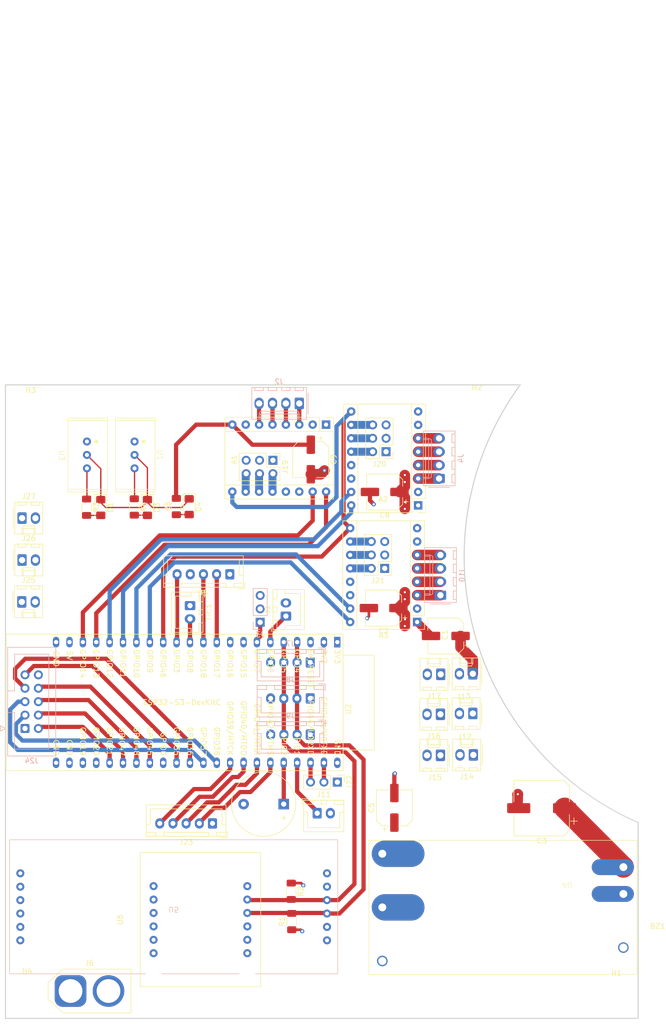
<source format=kicad_pcb>
(kicad_pcb (version 20221018) (generator pcbnew)
  (title_block (title "Robot Unimakers CDR 2024") (date "2023-10-21") (rev "V0.3") (comment 4 "AISLER Project ID: SVBFSYCL"))
  (layers (0 "F.Cu" signal "Front") (1 "In1.Cu" power "GND") (2 "In2.Cu" power "PWR") (31 "B.Cu" signal "Back") (34 "B.Paste" user) (35 "F.Paste" user) (36 "B.SilkS" user "B.Silkscreen") (37 "F.SilkS" user "F.Silkscreen") (38 "B.Mask" user) (39 "F.Mask" user) (44 "Edge.Cuts" user))
  (net 0 "")
  (net 1 "GND")
  (net 3 "Net-(A1-A2)")
  (net 4 "Net-(A1-A1)")
  (net 5 "Net-(A1-B1)")
  (net 6 "Net-(A1-B2)")
  (net 7 "+12V")
  (net 8 "EN")
  (net 9 "Net-(A1-M0)")
  (net 10 "Net-(A1-M1)")
  (net 11 "Net-(A1-M2)")
  (net 12 "+5V")
  (net 13 "STEP1")
  (net 14 "DIR1")
  (net 16 "Net-(A2-A2)")
  (net 17 "Net-(A2-A1)")
  (net 18 "Net-(A2-B1)")
  (net 19 "Net-(A2-B2)")
  (net 20 "Net-(A2-M0)")
  (net 21 "Net-(A2-M1)")
  (net 22 "Net-(A2-M2)")
  (net 23 "STEP2")
  (net 24 "DIR2")
  (net 25 "LIDARRX")
  (net 26 "LIDARTX")
  (net 27 "PWMLIDAR")
  (net 28 "SCL")
  (net 29 "SDA")
  (net 30 "Neopixel")
  (net 32 "Net-(A3-A2)")
  (net 33 "Net-(A3-A1)")
  (net 34 "Net-(A3-B1)")
  (net 35 "Net-(A3-B2)")
  (net 36 "Net-(A3-M0)")
  (net 37 "Net-(A3-M1)")
  (net 38 "Net-(A3-M2)")
  (net 39 "STEP3")
  (net 40 "DIR3")
  (net 41 "Net-(Tir.1-Pin_2)")
  (net 42 "Net-(J23-Pin_2)")
  (net 43 "Net-(J23-Pin_3)")
  (net 44 "Net-(J23-Pin_4)")
  (net 45 "Net-(J22-Pin_3)")
  (net 46 "Net-(J22-Pin_2)")
  (net 47 "+3.3V")
  (net 48 "/GP1")
  (net 49 "Net-(D1-A)")
  (net 50 "+3.3VP")
  (net 51 "Net-(J23-Pin_5)")
  (net 52 "Net-(D3-A)")
  (net 53 "Net-(D4-A)")
  (net 54 "GPIO21")
  (net 55 "+5VP")
  (net 56 "/Power/PwrEn")
  (net 57 "GPIO47")
  (net 58 "GPIO48")
  (net 59 "GPIO45")
  (net 60 "GPIO38")
  (net 64 "Net-(BZ1--)")
  (net 69 "GPIO37")
  (net 70 "GPIO36")
  (net 71 "GPI035")
  (net 73 "/GP6")
  (footprint "Connector_Molex:Molex_KK-254_AE-6410-02A_1x02_P2.54mm_Vertical" (layer "F.Cu") (at 115.722 104.952 180)
    (fp_text reference "J14")
    (fp_text value "Conn_01x02")
  )
  (footprint "LED_SMD:LED_1206_3216Metric_Pad1.42x1.75mm_HandSolder" (layer "F.Cu") (at 53.8984 58.0876 -90)
    (fp_text reference "D3")
    (fp_text value "LED_Small")
  )
  (footprint "Connector_Molex:Molex_KK-254_AE-6410-02A_1x02_P2.54mm_Vertical" (layer "F.Cu") (at 30.124 68.046401)
    (fp_text reference "J26")
    (fp_text value "Conn_01x02")
  )
  (footprint "Resistor_SMD:R_1206_3216Metric_Pad1.30x1.75mm_HandSolder" (layer "F.Cu") (at 51.4092 57.986 -90)
    (fp_text reference "R4")
    (fp_text value "R_Small")
  )
  (footprint "MountingHole:MountingHole_3.2mm_M3" (layer "F.Cu") (at 31.7496 40.0536)
    (fp_text reference "H3")
    (fp_text value "MountingHole")
  )
  (footprint "Resistor_SMD:R_1206_3216Metric_Pad1.30x1.75mm_HandSolder" (layer "F.Cu") (at 59.3848 57.9092 -90)
    (fp_text reference "R5")
    (fp_text value "R_Small")
  )
  (footprint "Connector_JST:JST_XH_B5B-XH-A_1x05_P2.50mm_Vertical" (layer "F.Cu") (at 66.2428 117.93 180)
    (fp_text reference "J23")
    (fp_text value "Conn_01x05")
  )
  (footprint "MountingHole:MountingHole_3.2mm_M3" (layer "F.Cu") (at 31.0892 150.1372)
    (fp_text reference "H4")
    (fp_text value "MountingHole")
  )
  (footprint "Traco:Traco 2- 24xx" (layer "F.Cu") (at 51.6 48.1308 -90)
    (fp_text reference "U1")
    (fp_text value "TSR_2-2450")
  )
  (footprint "LED_SMD:LED_1206_3216Metric_Pad1.42x1.75mm_HandSolder" (layer "F.Cu") (at 61.8232 57.9352 -90)
    (fp_text reference "D4")
    (fp_text value "LED_Small")
  )
  (footprint "Connector_AMASS:AMASS_XT60-M_1x02_P7.20mm_Vertical" (layer "F.Cu") (at 39.3188 149.68)
    (fp_text reference "J6")
    (fp_text value "Conn_01x02")
  )
  (footprint "Capacitor_SMD:CP_Elec_6.3x5.9" (layer "F.Cu") (at 110.4896 82.4208 180)
    (fp_text reference "C1")
    (fp_text value "C_Polarized")
  )
  (footprint "Resistor_SMD:R_1206_3216Metric_Pad1.30x1.75mm_HandSolder" (layer "F.Cu") (at 81.2796 136.5228 90)
    (fp_text reference "R1")
    (fp_text value "R")
  )
  (footprint "Resistor_SMD:R_1206_3216Metric_Pad1.30x1.75mm_HandSolder" (layer "F.Cu") (at 81.178 130.7824 -90)
    (fp_text reference "R2")
    (fp_text value "R")
  )
  (footprint "Connector_Molex:Molex_KK-254_AE-6410-02A_1x02_P2.54mm_Vertical" (layer "F.Cu") (at 109.5244 89.6852 180)
    (fp_text reference "J17")
    (fp_text value "Conn_01x02")
  )
  (footprint "Capacitor_SMD:CP_Elec_6.3x4.9" (layer "F.Cu") (at 98.9072 55.1412 180)
    (fp_text reference "C8")
    (fp_text value "C_Polarized")
  )
  (footprint "Connector_PinHeader_2.54mm:PinHeader_1x03_P2.54mm_Vertical" (layer "F.Cu") (at 89.9156 110.1068 -90)
    (fp_text reference "J22")
    (fp_text value "Conn_01x03")
  )
  (footprint "Connector_PinHeader_2.54mm:PinHeader_2x03_P2.54mm_Vertical" (layer "F.Cu") (at 77.7086 49.1418 -90)
    (fp_text reference "J19")
    (fp_text value "Conn_02x03_Odd_Even")
  )
  (footprint "Traco:Traco TEN 50 series" (layer "F.Cu") (at 121.41 133.7304 180)
    (fp_text reference "U4")
    (fp_text value "TEN_50-2411WI")
  )
  (footprint "Connector_JST:JST_XH_B2B-XH-A_1x02_P2.50mm_Vertical" (layer "F.Cu") (at 86.0948 115.9996)
    (fp_text reference "J11")
    (fp_text value "Conn_01x02")
  )
  (footprint "Capacitor_SMD:CP_Elec_10x12.6" (layer "F.Cu") (at 128.676 115.0344 180)
    (fp_text reference "C3")
    (fp_text value "C_Polarized")
  )
  (footprint "Connector_Molex:Molex_KK-254_AE-6410-02A_1x02_P2.54mm_Vertical" (layer "F.Cu") (at 115.6204 97.102 180)
    (fp_text reference "J12")
    (fp_text value "Conn_01x02")
  )
  (footprint "MountingHole:MountingHole_3.2mm_M3" (layer "F.Cu") (at 142.8492 150.4928)
    (fp_text reference "H1")
    (fp_text value "MountingHole")
  )
  (footprint "Module:Pololu_Breakout-16_15.2x20.3mm" (layer "F.Cu") (at 105.2472 57.6812 180)
    (fp_text reference "A2")
    (fp_text value "Pololu_Breakout_DRV8825")
  )
  (footprint "Buzzer_Beeper:Buzzer_12x9.5RM7.6" (layer "F.Cu") (at 79.7456 114.2724 180)
    (fp_text reference "BZ1")
    (fp_text value "Buzzer")
  )
  (footprint "Connector_JST:JST_XH_B5B-XH-A_1x05_P2.50mm_Vertical" (layer "F.Cu") (at 69.5264 70.7368 180)
    (fp_text reference "J5")
    (fp_text value "Conn_01x05")
  )
  (footprint "Connector_JST:JST_XH_B2B-XH-A_1x02_P2.50mm_Vertical" (layer "F.Cu") (at 80.162 78.6616 90)
    (fp_text reference "J1")
    (fp_text value "Conn_01x02")
  )
  (footprint "Module:Pololu_Breakout-16_15.2x20.3mm" (layer "F.Cu") (at 87.782 42.3904 -90)
    (fp_text reference "A1")
    (fp_text value "Pololu_Breakout_DRV8825")
  )
  (footprint "Connector_PinHeader_2.54mm:PinHeader_2x03_P2.54mm_Vertical" (layer "F.Cu") (at 99.1612 47.5212 180)
    (fp_text reference "J20")
    (fp_text value "Conn_02x03_Odd_Even")
  )
  (footprint "Connector_Molex:Molex_KK-254_AE-6410-02A_1x02_P2.54mm_Vertical" (layer "F.Cu") (at 109.4736 97.2544 180)
    (fp_text reference "J16")
    (fp_text value "Conn_01x02")
  )
  (footprint "Connector_Molex:Molex_KK-254_AE-6410-02A_1x02_P2.54mm_Vertical" (layer "F.Cu") (at 30.124 60.101601)
    (fp_text reference "J27")
    (fp_text value "Conn_01x02")
  )
  (footprint "LED_SMD:LED_1206_3216Metric_Pad1.42x1.75mm_HandSolder" (layer "F.Cu") (at 45.0592 58.0876 -90)
    (fp_text reference "D1")
    (fp_text value "LED_Small")
  )
  (footprint "AdafruitBob:BNO085" (layer "F.Cu") (at 63.9568 136.1672 90)
    (fp_text reference "U6")
    (fp_text value "BNO085")
  )
  (footprint "Connector_JST:JST_XH_B2B-XH-A_1x02_P2.50mm_Vertical" (layer "F.Cu") (at 61.9756 76.6804 -90)
    (fp_text reference "Tir.1")
    (fp_text value "Conn_01x02")
  )
  (footprint "Traco:Traco 2- 24xx" (layer "F.Cu") (at 42.57 48.1308 -90)
    (fp_text reference "U3")
    (fp_text value "TSR_2-2433")
  )
  (footprint "Capacitor_SMD:CP_Elec_6.3x4.9" (layer "F.Cu") (at 98.704 77.1376 180)
    (fp_text reference "C7")
    (fp_text value "C_Polarized")
  )
  (footprint "Capacitor_SMD:CP_Elec_6.3x4.9" (layer "F.Cu") (at 84.8864 48.9944 -90)
    (fp_text reference "C9")
    (fp_text value "C_Polarized")
  )
  (footprint "Resistor_SMD:R_1206_3216Metric_Pad1.30x1.75mm_HandSolder" (layer "F.Cu") (at 42.3668 58.0368 -90)
    (fp_text reference "R3")
    (fp_text value "R_Small")
  )
  (footprint "MountingHole:MountingHole_3.2mm_M3" (layer "F.Cu") (at 116.3824 39.5456)
    (fp_text reference "H2")
    (fp_text value "MountingHole")
  )
  (footprint "Connector_PinHeader_2.54mm:PinHeader_2x03_P2.54mm_Vertical" (layer "F.Cu") (at 98.9072 69.6192 180)
    (fp_text reference "J21")
    (fp_text value "Conn_02x03_Odd_Even")
  )
  (footprint "Connector_Molex:Molex_KK-254_AE-6410-02A_1x02_P2.54mm_Vertical" (layer "F.Cu") (at 30.0732 75.9692)
    (fp_text reference "J25")
    (fp_text value "Conn_01x02")
  )
  (footprint "Capacitor_SMD:CP_Elec_6.3x5.9" (layer "F.Cu") (at 100.736 114.9776 90)
    (fp_text reference "C5")
    (fp_text value "C_Polarized")
  )
  (footprint "Connector_Molex:Molex_KK-254_AE-6410-02A_1x02_P2.54mm_Vertical" (layer "F.Cu") (at 115.6204 89.5836 180)
    (fp_text reference "J13")
    (fp_text value "Conn_01x02")
  )
  (footprint "ESP:ESP32-S3-DevKitC" (layer "F.Cu") (at 89.9156 83.5892 -90)
    (fp_text reference "U2")
    (fp_text value "ESP32-S3-DevKitC")
  )
  (footprint "Module:Pololu_Breakout-16_15.2x20.3mm" (layer "F.Cu") (at 105.054 79.7792 180)
    (fp_text reference "A3")
    (fp_text value "Pololu_Breakout_DRV8825")
  )
  (footprint "Connector_Molex:Molex_KK-254_AE-6410-02A_1x02_P2.54mm_Vertical" (layer "F.Cu") (at 109.4736 105.0268 180)
    (fp_text reference "J15")
    (fp_text value "Conn_01x02")
  )
  (footprint "Connector_JST:JST_XH_B4B-XH-A_1x04_P2.50mm_Vertical" (layer "B.Cu") (at 84.7756 87.433 180)
    (fp_text reference "J7")
    (fp_text value "Conn_01x04")
  )
  (footprint "Custom:PCA9685breakout" (layer "B.Cu") (at 58.8768 133.7288)
    (fp_text reference "U5")
    (fp_text value "~")
  )
  (footprint "Connector_PinHeader_2.54mm:PinHeader_1x03_P2.54mm_Vertical" (layer "B.Cu") (at 75.2852 79.83)
    (fp_text reference "J3")
    (fp_text value "Conn_01x03")
  )
  (footprint "Connector_JST:JST_XH_B4B-XH-A_1x04_P2.50mm_Vertical" (layer "B.Cu") (at 84.7664 94.2572 180)
    (fp_text reference "J8")
    (fp_text value "Conn_01x04")
  )
  (footprint "Connector_IDC:IDC-Header_2x05_P2.54mm_Vertical" (layer "B.Cu") (at 30.6828 99.9468)
    (fp_text reference "J24")
    (fp_text value "Conn_02x05_Odd_Even")
  )
  (footprint "Connector_Molex:Molex_KK-254_AE-6410-04A_1x04_P2.54mm_Vertical" (layer "B.Cu") (at 109.4736 74.6992 90)
    (fp_text reference "J10")
    (fp_text value "Conn_01x04")
  )
  (footprint "Connector_Molex:Molex_KK-254_AE-6410-04A_1x04_P2.54mm_Vertical" (layer "B.Cu") (at 82.702 38.3772 180)
    (fp_text reference "J2")
    (fp_text value "Conn_01x04")
  )
  (footprint "Connector_Molex:Molex_KK-254_AE-6410-04A_1x04_P2.54mm_Vertical" (layer "B.Cu") (at 109.2196 52.6012 90)
    (fp_text reference "J4")
    (fp_text value "Conn_01x04")
  )
  (footprint "Connector_JST:JST_XH_B4B-XH-A_1x04_P2.50mm_Vertical" (layer "B.Cu") (at 84.7848 101.1152 180)
    (fp_text reference "J9")
    (fp_text value "Conn_01x04")
  )
  (gr_line (start 124.603782 34.8616) (end 26.9744 34.8616) (stroke (width 0.2)) (layer "Edge.Cuts"))
  (gr_line (start 146.974404 154.8616) (end 146.974404 117.76965) (stroke (width 0.2)) (layer "Edge.Cuts"))
  (gr_line (start 26.9744 34.8616) (end 26.9744 154.8616) (stroke (width 0.2)) (layer "Edge.Cuts"))
  (gr_line (start 26.9744 154.8616) (end 146.974404 154.8616) (stroke (width 0.2)) (layer "Edge.Cuts"))
  (gr_arc (start 146.974404 117.76965) (mid 115.873599 81.689313) (end 124.603782 34.8616) (stroke (width 0.2)) (layer "Edge.Cuts"))
  (segment (start 84.8864 51.7944) (end 86.76 51.7944) (width 2) (layer "F.Cu") (net 1))
  (segment (start 45.0592 50.76) (end 42.43 48.1308) (width 0.25) (layer "F.Cu") (net 1))
  (segment (start 61.8232 56.6652) (end 60.4008 58.0876) (width 0.25) (layer "F.Cu") (net 1))
  (segment (start 95.904 77.1376) (end 95.904 78.7184) (width 0.5) (layer "F.Cu") (net 1))
  (segment (start 54.8636 58.0876) (end 53.8984 57.1224) (width 0.25) (layer "F.Cu") (net 1))
  (segment (start 100.736 108.5828) (end 100.8376 108.4812) (width 0.8) (layer "F.Cu") (net 1))
  (segment (start 53.8984 56.97) (end 53.8984 56.6001) (width 0.25) (layer "F.Cu") (net 1))
  (segment (start 51.46 48.1308) (end 53.8984 50.5692) (width 0.25) (layer "F.Cu") (net 1))
  (segment (start 61.8232 56.4477) (end 61.8232 56.6652) (width 0.25) (layer "F.Cu") (net 1))
  (segment (start 96.1072 55.1412) (end 96.1072 56.7608) (width 0.8) (layer "F.Cu") (net 1))
  (segment (start 96.1072 56.7608) (end 96.8244 57.478) (width 0.8) (layer "F.Cu") (net 1))
  (segment (start 107.6896 82.4208) (end 107.6896 82.4148) (width 1.5) (layer "F.Cu") (net 1))
  (segment (start 86.76 51.7944) (end 87.4772 51.0772) (width 2) (layer "F.Cu") (net 1))
  (segment (start 52.7808 58.0876) (end 53.8984 56.97) (width 0.25) (layer "F.Cu") (net 1))
  (segment (start 45.0592 56.6001) (end 45.0592 50.76) (width 0.25) (layer "F.Cu") (net 1))
  (segment (start 124.0852 112.4944) (end 124.1548 112.3928) (width 2) (layer "F.Cu") (net 1))
  (segment (start 95.904 78.7184) (end 95.5544 79.068) (width 0.5) (layer "F.Cu") (net 1))
  (segment (start 45.9736 58.0876) (end 52.7808 58.0876) (width 0.25) (layer "F.Cu") (net 1))
  (segment (start 100.736 112.1776) (end 100.736 108.5828) (width 0.8) (layer "F.Cu") (net 1))
  (segment (start 107.6896 82.4148) (end 105.054 79.7792) (width 1.5) (layer "F.Cu") (net 1))
  (segment (start 45.0592 57.1732) (end 45.9736 58.0876) (width 0.25) (layer "F.Cu") (net 1))
  (segment (start 60.4008 58.0876) (end 54.8636 58.0876) (width 0.25) (layer "F.Cu") (net 1))
  (segment (start 124.1548 112.3928) (end 124.0852 114.7936) (width 2) (layer "F.Cu") (net 1))
  (segment (start 53.8984 50.5692) (end 53.8984 56.6001) (width 0.25) (layer "F.Cu") (net 1))
  (segment (start 45.0592 56.6001) (end 45.0592 57.1732) (width 0.25) (layer "F.Cu") (net 1))
  (segment (start 53.8984 57.1224) (end 53.8984 56.6001) (width 0.25) (layer "F.Cu") (net 1))
  (via micro (at 96.8244 57.478) (size 0.8) (drill 0.4) (layers "F.Cu" "B.Cu") (net 1))
  (via micro (at 124.1548 112.3928) (size 0.8) (drill 0.4) (layers "F.Cu" "In2.Cu") (net 1))
  (via micro (at 87.4772 51.0772) (size 0.8) (drill 0.4) (layers "F.Cu" "B.Cu") (net 1))
  (via micro (at 100.8376 108.4812) (size 0.8) (drill 0.4) (layers "F.Cu" "B.Cu") (net 1))
  (via micro (at 95.5544 79.068) (size 0.8) (drill 0.4) (layers "F.Cu" "B.Cu") (net 1))
  (segment (start 82.702 42.3904) (end 82.702 38.3772) (width 0.8) (layer "F.Cu") (net 3))
  (segment (start 80.162 38.3772) (end 80.162 42.3904) (width 0.8) (layer "F.Cu") (net 4))
  (segment (start 77.622 42.3904) (end 77.622 38.3772) (width 0.8) (layer "F.Cu") (net 5))
  (segment (start 75.082 38.3772) (end 75.082 42.3904) (width 0.8) (layer "F.Cu") (net 6))
  (segment (start 73.806 46.1944) (end 70.002 42.3904) (width 0.8) (layer "F.Cu") (net 7))
  (segment (start 102.7172 80.5412) (end 102.7172 78.3508) (width 2) (layer "F.Cu") (net 7))
  (segment (start 102.7172 54.1312) (end 101.7072 55.1412) (width 2) (layer "F.Cu") (net 7))
  (segment (start 102.7172 58.3416) (end 102.7172 56.1512) (width 2) (layer "F.Cu") (net 7))
  (segment (start 113.2896 82.4208) (end 113.2896 84.5604) (width 2) (layer "F.Cu") (net 7))
  (segment (start 102.7172 51.9408) (end 102.7172 54.1312) (width 2) (layer "F.Cu") (net 7))
  (segment (start 59.334 56.3084) (end 59.3848 56.3592) (width 0.8) (layer "F.Cu") (net 7))
  (segment (start 102.7172 78.3508) (end 101.504 77.1376) (width 2) (layer "F.Cu") (net 7))
  (segment (start 63.144 42.3904) (end 59.334 46.2004) (width 0.8) (layer "F.Cu") (net 7))
  (segment (start 84.8864 46.1944) (end 73.806 46.1944) (width 0.8) (layer "F.Cu") (net 7))
  (segment (start 113.2896 84.5604) (end 115.6204 86.8912) (width 2) (layer "F.Cu") (net 7))
  (segment (start 144.17 126.2104) (end 144.17 126.1784) (width 4) (layer "F.Cu") (net 7))
  (segment (start 59.334 46.2004) (end 59.334 56.3084) (width 0.8) (layer "F.Cu") (net 7))
  (segment (start 115.6204 86.8912) (end 115.6204 89.5836) (width 2) (layer "F.Cu") (net 7))
  (segment (start 70.002 42.3904) (end 63.144 42.3904) (width 0.8) (layer "F.Cu") (net 7))
  (segment (start 101.7072 55.1412) (end 102.7172 56.1512) (width 1.5) (layer "F.Cu") (net 7))
  (segment (start 102.7172 74.1404) (end 102.7172 75.9244) (width 2) (layer "F.Cu") (net 7))
  (segment (start 102.7172 75.9244) (end 101.504 77.1376) (width 2) (layer "F.Cu") (net 7))
  (segment (start 144.17 126.1784) (end 133.026 115.0344) (width 4) (layer "F.Cu") (net 7))
  (via micro (at 102.7172 51.9408) (size 0.8) (drill 0.4) (layers "F.Cu" "In2.Cu") (net 7))
  (via micro (at 102.768 79.2712) (size 0.8) (drill 0.4) (layers "F.Cu" "In2.Cu") (net 7))
  (via micro (at 102.768 57.0716) (size 0.8) (drill 0.4) (layers "F.Cu" "In2.Cu") (net 7))
  (via micro (at 102.7172 75.4612) (size 0.8) (drill 0.4) (layers "F.Cu" "In2.Cu") (net 7))
  (via micro (at 102.7172 53.2616) (size 0.8) (drill 0.4) (layers "F.Cu" "In2.Cu") (net 7))
  (via micro (at 102.7172 80.5412) (size 0.8) (drill 0.4) (layers "F.Cu" "In2.Cu") (net 7))
  (via micro (at 102.7172 74.1404) (size 0.8) (drill 0.4) (layers "F.Cu" "In2.Cu") (net 7))
  (via micro (at 102.7172 58.3416) (size 0.8) (drill 0.4) (layers "F.Cu" "In2.Cu") (net 7))
  (segment (start 92.354 61.9992) (end 86.9692 67.384) (width 0.8) (layer "F.Cu") (net 8))
  (segment (start 91.0972 60.7424) (end 91.0972 41.3512) (width 0.8) (layer "F.Cu") (net 8))
  (segment (start 92.354 61.9992) (end 91.0972 60.7424) (width 0.8) (layer "F.Cu") (net 8))
  (segment (start 91.0972 41.3512) (end 92.5472 39.9012) (width 0.8) (layer "F.Cu") (net 8))
  (segment (start 86.9692 67.384) (end 59.2324 67.384) (width 0.8) (layer "F.Cu") (net 8))
  (segment (start 59.2324 67.384) (end 56.8956 69.7208) (width 0.8) (layer "F.Cu") (net 8))
  (segment (start 56.8956 69.7208) (end 56.8956 83.5892) (width 0.8) (layer "F.Cu") (net 8))
  (segment (start 92.5472 39.9012) (end 89.7632 42.6852) (width 0.8) (layer "B.Cu") (net 8))
  (segment (start 89.7632 56.1064) (end 87.8836 57.986) (width 0.8) (layer "B.Cu") (net 8))
  (segment (start 89.7632 42.6852) (end 89.7632 56.1064) (width 0.8) (layer "B.Cu") (net 8))
  (segment (start 70.8148 57.986) (end 70.002 57.1732) (width 0.8) (layer "B.Cu") (net 8))
  (segment (start 70.002 57.1732) (end 70.002 55.0904) (width 0.8) (layer "B.Cu") (net 8))
  (segment (start 87.8836 57.986) (end 70.8148 57.986) (width 0.8) (layer "B.Cu") (net 8))
  (segment (start 72.542 55.0904) (end 72.542 51.7684) (width 1.5) (layer "B.Cu") (net 9))
  (segment (start 72.542 51.7684) (end 72.6286 51.6818) (width 1.5) (layer "B.Cu") (net 9))
  (segment (start 75.082 51.7684) (end 75.1686 51.6818) (width 1.5) (layer "B.Cu") (net 10))
  (segment (start 75.082 55.0904) (end 75.082 51.7684) (width 1.5) (layer "B.Cu") (net 10))
  (segment (start 77.622 51.7684) (end 77.7086 51.6818) (width 1.5) (layer "B.Cu") (net 11))
  (segment (start 77.622 55.0904) (end 77.622 51.7684) (width 1.5) (layer "B.Cu") (net 11))
  (segment (start 51.46 56.3852) (end 51.46 50.6708) (width 0.25) (layer "F.Cu") (net 12))
  (segment (start 51.4092 56.436) (end 51.46 56.3852) (width 0.25) (layer "F.Cu") (net 12))
  (segment (start 82.448 63.3708) (end 85.242 60.5768) (width 0.8) (layer "F.Cu") (net 13))
  (segment (start 85.242 60.5768) (end 85.242 55.0904) (width 0.8) (layer "F.Cu") (net 13))
  (segment (start 56.2352 63.3708) (end 82.448 63.3708) (width 0.8) (layer "F.Cu") (net 13))
  (segment (start 41.65832 77.94768) (end 56.2352 63.3708) (width 0.8) (layer "F.Cu") (net 13))
  (segment (start 41.65832 83.58552) (end 41.65832 77.94768) (width 0.8) (layer "F.Cu") (net 13))
  (segment (start 84.48 65.1488) (end 87.782 61.8468) (width 0.8) (layer "F.Cu") (net 14))
  (segment (start 57.1496 65.1488) (end 84.48 65.1488) (width 0.8) (layer "F.Cu") (net 14))
  (segment (start 87.782 61.8468) (end 87.782 55.0904) (width 0.8) (layer "F.Cu") (net 14))
  (segment (start 44.1956 78.1028) (end 57.1496 65.1488) (width 0.8) (layer "F.Cu") (net 14))
  (segment (start 44.1956 83.5892) (end 44.1956 78.1028) (width 0.8) (layer "F.Cu") (net 14))
  (segment (start 105.2472 52.6012) (end 109.2196 52.6012) (width 2) (layer "F.Cu") (net 16))
  (segment (start 105.2472 50.0612) (end 109.2196 50.0612) (width 2) (layer "F.Cu") (net 17))
  (segment (start 105.2472 47.5212) (end 109.2196 47.5212) (width 2) (layer "F.Cu") (net 18))
  (segment (start 105.2472 44.9812) (end 109.2196 44.9812) (width 2) (layer "F.Cu") (net 19))
  (segment (start 92.5472 42.4412) (end 96.6212 42.4412) (width 1.5) (layer "B.Cu") (net 20))
  (segment (start 92.5472 44.9812) (end 96.6212 44.9812) (width 1.5) (layer "B.Cu") (net 21))
  (segment (start 96.6212 47.5212) (end 92.5472 47.5212) (width 1.5) (layer "B.Cu") (net 22))
  (segment (start 85.4452 64.1328) (end 90.6776 58.9004) (width 0.8) (layer "B.Cu") (net 23))
  (segment (start 90.6776 57.0108) (end 92.5472 55.1412) (width 0.8) (layer "B.Cu") (net 23))
  (segment (start 56.4892 64.1328) (end 85.4452 64.1328) (width 0.8) (layer "B.Cu") (net 23))
  (segment (start 46.7356 83.5892) (end 46.7356 73.8864) (width 0.8) (layer "B.Cu") (net 23))
  (segment (start 46.7356 73.8864) (end 56.4892 64.1328) (width 0.8) (layer "B.Cu") (net 23))
  (segment (start 90.6776 58.9004) (end 90.6776 57.0108) (width 0.8) (layer "B.Cu") (net 23))
  (segment (start 49.2756 73.9372) (end 57.81 65.4028) (width 0.8) (layer "B.Cu") (net 24))
  (segment (start 57.81 65.4028) (end 86.2072 65.4028) (width 0.8) (layer "B.Cu") (net 24))
  (segment (start 49.2756 83.5892) (end 49.2756 73.9372) (width 0.8) (layer "B.Cu") (net 24))
  (segment (start 86.2072 65.4028) (end 92.5472 59.0628) (width 0.8) (layer "B.Cu") (net 24))
  (segment (start 92.5472 59.0628) (end 92.5472 57.6812) (width 0.8) (layer "B.Cu") (net 24))
  (segment (start 67.0556 83.5892) (end 67.0556 70.766) (width 0.8) (layer "F.Cu") (net 25))
  (segment (start 67.0556 70.766) (end 67.0264 70.7368) (width 0.8) (layer "F.Cu") (net 25))
  (segment (start 64.5156 83.5892) (end 64.5156 70.7476) (width 0.8) (layer "F.Cu") (net 26))
  (segment (start 64.5156 70.7476) (end 64.5264 70.7368) (width 0.8) (layer "F.Cu") (net 26))
  (segment (start 59.5264 83.4984) (end 59.4356 83.5892) (width 0.8) (layer "F.Cu") (net 27))
  (segment (start 59.5264 70.7368) (end 59.5264 83.4984) (width 0.8) (layer "F.Cu") (net 27))
  (segment (start 82.2848 101.714) (end 83.718 103.1472) (width 0.8) (layer "F.Cu") (net 28))
  (segment (start 82.2848 101.1152) (end 82.2848 94.2756) (width 0.8) (layer "F.Cu") (net 28))
  (segment (start 82.2756 87.433) (end 82.2756 83.6092) (width 0.8) (layer "F.Cu") (net 28))
  (segment (start 94.894 130.4268) (end 90.322 134.9988) (width 0.8) (layer "F.Cu") (net 28))
  (segment (start 83.718 103.1472) (end 92.2016 103.1472) (width 0.8) (layer "F.Cu") (net 28))
  (segment (start 72.8468 134.8972) (end 87.8582 134.8972) (width 0.8) (layer "F.Cu") (net 28))
  (segment (start 92.2016 103.1472) (end 94.894 105.8396) (width 0.8) (layer "F.Cu") (net 28))
  (segment (start 82.2848 94.2756) (end 82.2664 94.2572) (width 0.8) (layer "F.Cu") (net 28))
  (segment (start 82.2848 101.1152) (end 82.2848 101.714) (width 0.8) (layer "F.Cu") (net 28))
  (segment (start 90.322 134.9988) (end 87.9598 134.9988) (width 0.8) (layer "F.Cu") (net 28))
  (segment (start 82.2664 87.4422) (end 82.2756 87.433) (width 0.8) (layer "F.Cu") (net 28))
  (segment (start 94.894 105.8396) (end 94.894 130.4268) (width 0.8) (layer "F.Cu") (net 28))
  (segment (start 82.2756 83.6092) (end 82.2956 83.5892) (width 0.8) (layer "F.Cu") (net 28))
  (segment (start 87.8582 134.8972) (end 87.9598 134.9988) (width 0.8) (layer "F.Cu") (net 28))
  (segment (start 82.2664 94.2572) (end 82.2664 87.4422) (width 0.8) (layer "F.Cu") (net 28))
  (segment (start 93.1668 129.4108) (end 90.1188 132.4588) (width 0.8) (layer "F.Cu") (net 29))
  (segment (start 79.7756 87.433) (end 79.7756 94.248) (width 0.8) (layer "F.Cu") (net 29))
  (segment (start 79.7756 94.248) (end 79.7664 94.2572) (width 0.8) (layer "F.Cu") (net 29))
  (segment (start 79.7664 101.0968) (end 79.7848 101.1152) (width 0.8) (layer "F.Cu") (net 29))
  (segment (start 72.9484 132.4588) (end 72.8468 132.3572) (width 0.8) (layer "F.Cu") (net 29))
  (segment (start 79.7664 94.2572) (end 79.7664 101.0968) (width 0.8) (layer "F.Cu") (net 29))
  (segment (start 91.338 104.3156) (end 93.1668 106.1444) (width 0.8) (layer "F.Cu") (net 29))
  (segment (start 79.7556 87.413) (end 79.7756 87.433) (width 0.8) (layer "F.Cu") (net 29))
  (segment (start 87.9598 132.4588) (end 72.9484 132.4588) (width 0.8) (layer "F.Cu") (net 29))
  (segment (start 79.7556 83.5892) (end 79.7556 87.413) (width 0.8) (layer "F.Cu") (net 29))
  (segment (start 90.1188 132.4588) (end 87.9598 132.4588) (width 0.8) (layer "F.Cu") (net 29))
  (segment (start 93.1668 106.1444) (end 93.1668 129.4108) (width 0.8) (layer "F.Cu") (net 29))
  (segment (start 79.7848 102.8208) (end 81.2796 104.3156) (width 0.8) (layer "F.Cu") (net 29))
  (segment (start 81.2796 104.3156) (end 91.338 104.3156) (width 0.8) (layer "F.Cu") (net 29))
  (segment (start 79.7848 101.1152) (end 79.7848 102.8208) (width 0.8) (layer "F.Cu") (net 29))
  (segment (start 74.6756 83.117) (end 75.2852 82.5074) (width 0.8) (layer "F.Cu") (net 30))
  (segment (start 75.2852 82.5074) (end 75.2852 79.83) (width 0.8) (layer "F.Cu") (net 30))
  (segment (start 74.6756 83.5892) (end 74.6756 83.117) (width 0.8) (layer "F.Cu") (net 30))
  (segment (start 105.054 74.6992) (end 109.4736 74.6992) (width 2) (layer "F.Cu") (net 32))
  (segment (start 105.054 72.1592) (end 109.4736 72.1592) (width 2) (layer "F.Cu") (net 33))
  (segment (start 105.054 69.6192) (end 109.4736 69.6192) (width 2) (layer "F.Cu") (net 34))
  (segment (start 105.054 67.0792) (end 109.4736 67.0792) (width 2) (layer "F.Cu") (net 35))
  (segment (start 92.354 64.5392) (end 96.3672 64.5392) (width 1.5) (layer "B.Cu") (net 36))
  (segment (start 96.3672 67.0792) (end 92.354 67.0792) (width 1.5) (layer "B.Cu") (net 37))
  (segment (start 92.354 69.6192) (end 96.3672 69.6192) (width 1.5) (layer "B.Cu") (net 38))
  (segment (start 82.0924 66.9776) (end 58.278924 66.9776) (width 0.8) (layer "B.Cu") (net 39))
  (segment (start 58.278924 66.9776) (end 51.8156 73.440924) (width 0.8) (layer "B.Cu") (net 39))
  (segment (start 92.354 77.2392) (end 82.0924 66.9776) (width 0.8) (layer "B.Cu") (net 39))
  (segment (start 51.8156 73.440924) (end 51.8156 83.5892) (width 0.8) (layer "B.Cu") (net 39))
  (segment (start 81.0764 68.5016) (end 92.354 79.7792) (width 0.8) (layer "B.Cu") (net 40))
  (segment (start 58.9784 68.5016) (end 81.0764 68.5016) (width 0.8) (layer "B.Cu") (net 40))
  (segment (start 54.3556 73.1244) (end 58.9784 68.5016) (width 0.8) (layer "B.Cu") (net 40))
  (segment (start 54.3556 83.5892) (end 54.3556 73.1244) (width 0.8) (layer "B.Cu") (net 40))
  (segment (start 61.9756 79.1804) (end 61.9756 83.5892) (width 0.8) (layer "F.Cu") (net 41))
  (segment (start 63.7428 117.832208) (end 66.591408 114.9836) (width 0.8) (layer "F.Cu") (net 42))
  (segment (start 73.4564 111.9864) (end 77.2156 108.2272) (width 0.8) (layer "F.Cu") (net 42))
  (segment (start 77.2156 108.2272) (end 77.2156 106.4492) (width 0.8) (layer "F.Cu") (net 42))
  (segment (start 66.591408 114.9836) (end 68.478 114.9836) (width 0.8) (layer "F.Cu") (net 42))
  (segment (start 68.478 114.9836) (end 71.4752 111.9864) (width 0.8) (layer "F.Cu") (net 42))
  (segment (start 63.7428 117.93) (end 63.7428 117.832208) (width 0.8) (layer "F.Cu") (net 42))
  (segment (start 71.4752 111.9864) (end 73.4564 111.9864) (width 0.8) (layer "F.Cu") (net 42))
  (segment (start 74.6756 106.4492) (end 74.6756 108.4304) (width 0.8) (layer "F.Cu") (net 43))
  (segment (start 65.2392 113.9336) (end 61.2428 117.93) (width 0.8) (layer "F.Cu") (net 43))
  (segment (start 74.6756 108.4304) (end 72.4912 110.6148) (width 0.8) (layer "F.Cu") (net 43))
  (segment (start 70.764 110.6148) (end 67.4452 113.9336) (width 0.8) (layer "F.Cu") (net 43))
  (segment (start 72.4912 110.6148) (end 70.764 110.6148) (width 0.8) (layer "F.Cu") (net 43))
  (segment (start 67.4452 113.9336) (end 65.2392 113.9336) (width 0.8) (layer "F.Cu") (net 43))
  (segment (start 63.7892 112.8836) (end 58.7428 117.93) (width 0.8) (layer "F.Cu") (net 44))
  (segment (start 66.3108 112.8836) (end 63.7892 112.8836) (width 0.8) (layer "F.Cu") (net 44))
  (segment (start 72.1356 108.1256) (end 71.1196 109.1416) (width 0.8) (layer "F.Cu") (net 44))
  (segment (start 70.0528 109.1416) (end 66.3108 112.8836) (width 0.8) (layer "F.Cu") (net 44))
  (segment (start 71.1196 109.1416) (end 70.0528 109.1416) (width 0.8) (layer "F.Cu") (net 44))
  (segment (start 72.1356 106.4492) (end 72.1356 108.1256) (width 0.8) (layer "F.Cu") (net 44))
  (segment (start 84.8356 110.1068) (end 84.8356 106.4492) (width 0.8) (layer "F.Cu") (net 45))
  (segment (start 87.3756 110.1068) (end 87.3756 106.4492) (width 0.8) (layer "F.Cu") (net 46))
  (segment (start 86.0948 115.684) (end 82.2956 111.8848) (width 0.8) (layer "F.Cu") (net 48))
  (segment (start 86.0948 115.9996) (end 86.0948 115.684) (width 0.8) (layer "F.Cu") (net 48))
  (segment (start 82.2956 111.8848) (end 82.2956 106.4492) (width 0.8) (layer "F.Cu") (net 48))
  (segment (start 42.3668 59.5868) (end 45.0475 59.5868) (width 0.25) (layer "F.Cu") (net 49))
  (segment (start 45.0475 59.5868) (end 45.0592 59.5751) (width 0.25) (layer "F.Cu") (net 49))
  (segment (start 83.0316 129.2324) (end 83.464 129.6648) (width 0.5) (layer "F.Cu") (net 50))
  (segment (start 82.982 138.0728) (end 83.2608 138.3516) (width 0.5) (layer "F.Cu") (net 50))
  (segment (start 81.2796 138.0728) (end 82.982 138.0728) (width 0.5) (layer "F.Cu") (net 50))
  (segment (start 42.3668 56.4868) (end 42.43 56.4236) (width 0.25) (layer "F.Cu") (net 50))
  (segment (start 42.43 56.4236) (end 42.43 50.6708) (width 0.25) (layer "F.Cu") (net 50))
  (segment (start 81.178 129.2324) (end 83.0316 129.2324) (width 0.5) (layer "F.Cu") (net 50))
  (via micro (at 83.464 129.6648) (size 0.8) (drill 0.4) (layers "F.Cu" "B.Cu") (net 50))
  (via micro (at 83.2608 138.3516) (size 0.8) (drill 0.4) (layers "F.Cu" "B.Cu") (net 50))
  (segment (start 62.7452 111.4276) (end 56.2428 117.93) (width 0.8) (layer "F.Cu") (net 51))
  (segment (start 69.5956 107.6938) (end 65.8618 111.4276) (width 0.8) (layer "F.Cu") (net 51))
  (segment (start 65.8618 111.4276) (end 62.7452 111.4276) (width 0.8) (layer "F.Cu") (net 51))
  (segment (start 69.5956 106.4492) (end 69.5956 107.6938) (width 0.8) (layer "F.Cu") (net 51))
  (segment (start 51.4092 59.536) (end 53.8593 59.536) (width 0.25) (layer "F.Cu") (net 52))
  (segment (start 53.8593 59.536) (end 53.8984 59.5751) (width 0.25) (layer "F.Cu") (net 52))
  (segment (start 59.4213 59.4227) (end 59.3848 59.4592) (width 0.25) (layer "F.Cu") (net 53))
  (segment (start 61.8232 59.4227) (end 59.4213 59.4227) (width 0.25) (layer "F.Cu") (net 53))
  (segment (start 41.6556 99.642) (end 46.7356 104.722) (width 0.8) (layer "F.Cu") (net 54))
  (segment (start 33.2228 99.9468) (end 33.5276 99.642) (width 0.8) (layer "F.Cu") (net 54))
  (segment (start 33.5276 99.642) (end 41.6556 99.642) (width 0.8) (layer "F.Cu") (net 54))
  (segment (start 46.7356 104.722) (end 46.7356 106.4492) (width 0.8) (layer "F.Cu") (net 54))
  (segment (start 49.2756 106.4492) (end 49.2756 104.3156) (width 0.8) (layer "F.Cu") (net 57))
  (segment (start 42.062 97.102) (end 33.5276 97.102) (width 0.8) (layer "F.Cu") (net 57))
  (segment (start 49.2756 104.3156) (end 42.062 97.102) (width 0.8) (layer "F.Cu") (net 57))
  (segment (start 33.5276 97.102) (end 33.2228 97.4068) (width 0.8) (layer "F.Cu") (net 57))
  (segment (start 51.8156 103.6552) (end 51.8156 106.4492) (width 0.8) (layer "F.Cu") (net 58))
  (segment (start 33.2228 94.8668) (end 33.5276 94.562) (width 0.8) (layer "F.Cu") (net 58))
  (segment (start 42.7224 94.562) (end 51.8156 103.6552) (width 0.8) (layer "F.Cu") (net 58))
  (segment (start 33.5276 94.562) (end 42.7224 94.562) (width 0.8) (layer "F.Cu") (net 58))
  (segment (start 33.2228 92.3268) (end 33.5276 92.022) (width 0.8) (layer "F.Cu") (net 59))
  (segment (start 54.3556 103.2996) (end 54.3556 106.4492) (width 0.8) (layer "F.Cu") (net 59))
  (segment (start 33.5276 92.022) (end 43.078 92.022) (width 0.8) (layer "F.Cu") (net 59))
  (segment (start 43.078 92.022) (end 54.3556 103.2996) (width 0.8) (layer "F.Cu") (net 59))
  (segment (start 30.6828 97.4068) (end 28.9556 99.134) (width 0.8) (layer "B.Cu") (net 60))
  (segment (start 28.9556 99.134) (end 28.9556 101.0136) (width 0.8) (layer "B.Cu") (net 60))
  (segment (start 28.9556 101.0136) (end 30.1748 102.2328) (width 0.8) (layer "B.Cu") (net 60))
  (segment (start 62.8392 102.2328) (end 67.0556 106.4492) (width 0.8) (layer "B.Cu") (net 60))
  (segment (start 30.1748 102.2328) (end 62.8392 102.2328) (width 0.8) (layer "B.Cu") (net 60))
  (segment (start 79.7556 106.4492) (end 79.7556 114.2624) (width 0.8) (layer "F.Cu") (net 64))
  (segment (start 79.7556 114.2624) (end 79.7456 114.2724) (width 0.8) (layer "F.Cu") (net 64))
  (segment (start 27.8744 102.574) (end 29.3112 104.0108) (width 0.8) (layer "B.Cu") (net 69))
  (segment (start 30.6828 94.8668) (end 29.362 94.8668) (width 0.8) (layer "B.Cu") (net 69))
  (segment (start 29.3112 104.0108) (end 62.0772 104.0108) (width 0.8) (layer "B.Cu") (net 69))
  (segment (start 62.0772 104.0108) (end 64.5156 106.4492) (width 0.8) (layer "B.Cu") (net 69))
  (segment (start 29.362 94.8668) (end 27.8744 96.3544) (width 0.8) (layer "B.Cu") (net 69))
  (segment (start 27.8744 96.3544) (end 27.8744 102.574) (width 0.8) (layer "B.Cu") (net 69))
  (segment (start 28.8032 88.6692) (end 30.7336 86.7388) (width 0.8) (layer "F.Cu") (net 70))
  (segment (start 30.6828 92.3268) (end 28.8032 90.4472) (width 0.8) (layer "F.Cu") (net 70))
  (segment (start 61.9756 102.6392) (end 61.9756 106.4492) (width 0.8) (layer "F.Cu") (net 70))
  (segment (start 28.8032 90.4472) (end 28.8032 88.6692) (width 0.8) (layer "F.Cu") (net 70))
  (segment (start 30.7336 86.7388) (end 46.0752 86.7388) (width 0.8) (layer "F.Cu") (net 70))
  (segment (start 46.0752 86.7388) (end 61.9756 102.6392) (width 0.8) (layer "F.Cu") (net 70))
  (segment (start 30.6828 89.7868) (end 32.3592 88.1104) (width 0.8) (layer "F.Cu") (net 71))
  (segment (start 43.4844 88.1104) (end 59.4356 104.0616) (width 0.8) (layer "F.Cu") (net 71))
  (segment (start 32.3592 88.1104) (end 43.4844 88.1104) (width 0.8) (layer "F.Cu") (net 71))
  (segment (start 59.4356 104.0616) (end 59.4356 106.4492) (width 0.8) (layer "F.Cu") (net 71))
  (segment (start 77.2156 81.608) (end 80.162 78.6616) (width 0.8) (layer "F.Cu") (net 73))
  (segment (start 77.2156 83.5892) (end 77.2156 81.608) (width 0.8) (layer "F.Cu") (net 73))
)
</source>
